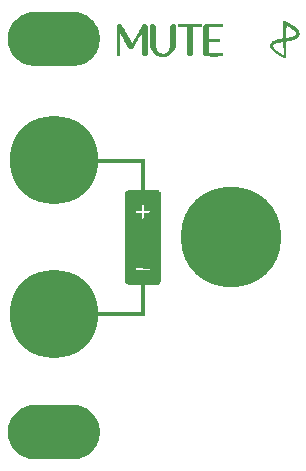
<source format=gbr>
G04 #@! TF.GenerationSoftware,KiCad,Pcbnew,(5.0.0)*
G04 #@! TF.CreationDate,2018-08-18T23:31:21+02:00*
G04 #@! TF.ProjectId,1u_mute_panel,31755F6D7574655F70616E656C2E6B69,rev?*
G04 #@! TF.SameCoordinates,Original*
G04 #@! TF.FileFunction,Soldermask,Top*
G04 #@! TF.FilePolarity,Negative*
%FSLAX46Y46*%
G04 Gerber Fmt 4.6, Leading zero omitted, Abs format (unit mm)*
G04 Created by KiCad (PCBNEW (5.0.0)) date 08/18/18 23:31:21*
%MOMM*%
%LPD*%
G01*
G04 APERTURE LIST*
%ADD10C,0.010000*%
%ADD11C,0.100000*%
%ADD12C,4.600000*%
%ADD13C,7.500000*%
%ADD14C,8.500000*%
G04 APERTURE END LIST*
D10*
G04 #@! TO.C,G\002A\002A\002A*
G36*
X21715005Y-1792376D02*
X21732069Y-1812805D01*
X21738606Y-1833964D01*
X21737348Y-1865379D01*
X21736960Y-1868908D01*
X21735161Y-1887401D01*
X21733176Y-1903074D01*
X21729368Y-1916159D01*
X21722100Y-1926890D01*
X21709734Y-1935499D01*
X21690635Y-1942217D01*
X21663164Y-1947279D01*
X21625684Y-1950915D01*
X21576558Y-1953360D01*
X21514149Y-1954845D01*
X21436820Y-1955602D01*
X21342933Y-1955865D01*
X21230852Y-1955865D01*
X21124911Y-1955833D01*
X20565167Y-1955833D01*
X20565167Y-3003583D01*
X21433962Y-3003583D01*
X21459940Y-3029560D01*
X21479640Y-3058233D01*
X21485889Y-3095418D01*
X21485917Y-3098833D01*
X21480533Y-3137050D01*
X21461972Y-3166028D01*
X21459940Y-3168106D01*
X21433962Y-3194083D01*
X20565167Y-3194083D01*
X20565167Y-4231250D01*
X21687962Y-4231250D01*
X21715225Y-4258513D01*
X21732157Y-4278849D01*
X21738619Y-4300051D01*
X21737314Y-4331613D01*
X21736960Y-4334824D01*
X21735466Y-4351734D01*
X21734089Y-4366306D01*
X21731350Y-4378712D01*
X21725770Y-4389126D01*
X21715871Y-4397721D01*
X21700175Y-4404670D01*
X21677204Y-4410148D01*
X21645479Y-4414326D01*
X21603521Y-4417379D01*
X21549854Y-4419479D01*
X21482997Y-4420799D01*
X21401474Y-4421513D01*
X21303804Y-4421795D01*
X21188512Y-4421817D01*
X21054117Y-4421753D01*
X20995265Y-4421741D01*
X20857585Y-4421728D01*
X20739455Y-4421660D01*
X20639260Y-4421486D01*
X20555383Y-4421156D01*
X20486208Y-4420621D01*
X20430120Y-4419830D01*
X20385502Y-4418735D01*
X20350739Y-4417284D01*
X20324214Y-4415429D01*
X20304310Y-4413118D01*
X20289413Y-4410303D01*
X20277906Y-4406934D01*
X20268173Y-4402959D01*
X20260031Y-4399041D01*
X20219462Y-4371041D01*
X20186375Y-4334321D01*
X20185948Y-4333679D01*
X20157709Y-4291009D01*
X20154927Y-3105876D01*
X20152146Y-1920743D01*
X20174730Y-1874090D01*
X20205009Y-1830011D01*
X20240232Y-1799031D01*
X20283149Y-1770625D01*
X20985335Y-1767758D01*
X21687521Y-1764892D01*
X21715005Y-1792376D01*
X21715005Y-1792376D01*
G37*
X21715005Y-1792376D02*
X21732069Y-1812805D01*
X21738606Y-1833964D01*
X21737348Y-1865379D01*
X21736960Y-1868908D01*
X21735161Y-1887401D01*
X21733176Y-1903074D01*
X21729368Y-1916159D01*
X21722100Y-1926890D01*
X21709734Y-1935499D01*
X21690635Y-1942217D01*
X21663164Y-1947279D01*
X21625684Y-1950915D01*
X21576558Y-1953360D01*
X21514149Y-1954845D01*
X21436820Y-1955602D01*
X21342933Y-1955865D01*
X21230852Y-1955865D01*
X21124911Y-1955833D01*
X20565167Y-1955833D01*
X20565167Y-3003583D01*
X21433962Y-3003583D01*
X21459940Y-3029560D01*
X21479640Y-3058233D01*
X21485889Y-3095418D01*
X21485917Y-3098833D01*
X21480533Y-3137050D01*
X21461972Y-3166028D01*
X21459940Y-3168106D01*
X21433962Y-3194083D01*
X20565167Y-3194083D01*
X20565167Y-4231250D01*
X21687962Y-4231250D01*
X21715225Y-4258513D01*
X21732157Y-4278849D01*
X21738619Y-4300051D01*
X21737314Y-4331613D01*
X21736960Y-4334824D01*
X21735466Y-4351734D01*
X21734089Y-4366306D01*
X21731350Y-4378712D01*
X21725770Y-4389126D01*
X21715871Y-4397721D01*
X21700175Y-4404670D01*
X21677204Y-4410148D01*
X21645479Y-4414326D01*
X21603521Y-4417379D01*
X21549854Y-4419479D01*
X21482997Y-4420799D01*
X21401474Y-4421513D01*
X21303804Y-4421795D01*
X21188512Y-4421817D01*
X21054117Y-4421753D01*
X20995265Y-4421741D01*
X20857585Y-4421728D01*
X20739455Y-4421660D01*
X20639260Y-4421486D01*
X20555383Y-4421156D01*
X20486208Y-4420621D01*
X20430120Y-4419830D01*
X20385502Y-4418735D01*
X20350739Y-4417284D01*
X20324214Y-4415429D01*
X20304310Y-4413118D01*
X20289413Y-4410303D01*
X20277906Y-4406934D01*
X20268173Y-4402959D01*
X20260031Y-4399041D01*
X20219462Y-4371041D01*
X20186375Y-4334321D01*
X20185948Y-4333679D01*
X20157709Y-4291009D01*
X20154927Y-3105876D01*
X20152146Y-1920743D01*
X20174730Y-1874090D01*
X20205009Y-1830011D01*
X20240232Y-1799031D01*
X20283149Y-1770625D01*
X20985335Y-1767758D01*
X21687521Y-1764892D01*
X21715005Y-1792376D01*
G36*
X19937274Y-1790668D02*
X19957704Y-1813576D01*
X19965869Y-1841038D01*
X19966727Y-1860583D01*
X19963203Y-1894538D01*
X19949700Y-1918511D01*
X19937274Y-1930498D01*
X19907820Y-1955833D01*
X19189334Y-1955833D01*
X19189101Y-3106771D01*
X19189052Y-3287955D01*
X19188969Y-3449186D01*
X19188831Y-3591678D01*
X19188618Y-3716645D01*
X19188311Y-3825301D01*
X19187888Y-3918859D01*
X19187331Y-3998533D01*
X19186618Y-4065536D01*
X19185730Y-4121084D01*
X19184646Y-4166389D01*
X19183346Y-4202665D01*
X19181810Y-4231127D01*
X19180018Y-4252987D01*
X19177949Y-4269460D01*
X19175584Y-4281759D01*
X19172902Y-4291099D01*
X19169884Y-4298693D01*
X19169269Y-4300042D01*
X19138517Y-4348805D01*
X19097939Y-4388324D01*
X19058999Y-4410493D01*
X19016755Y-4419551D01*
X18967580Y-4420236D01*
X18921595Y-4412946D01*
X18898292Y-4404164D01*
X18843971Y-4366509D01*
X18805825Y-4318069D01*
X18796586Y-4300042D01*
X18793511Y-4292627D01*
X18790775Y-4283667D01*
X18788358Y-4271949D01*
X18786241Y-4256258D01*
X18784404Y-4235381D01*
X18782825Y-4208105D01*
X18781486Y-4173215D01*
X18780366Y-4129499D01*
X18779444Y-4075742D01*
X18778702Y-4010731D01*
X18778118Y-3933252D01*
X18777673Y-3842092D01*
X18777346Y-3736037D01*
X18777118Y-3613873D01*
X18776968Y-3474387D01*
X18776876Y-3316365D01*
X18776823Y-3138593D01*
X18776816Y-3106771D01*
X18776584Y-1955833D01*
X18055955Y-1955833D01*
X18029977Y-1929856D01*
X18010277Y-1901183D01*
X18004028Y-1863998D01*
X18004000Y-1860583D01*
X18009384Y-1822366D01*
X18027945Y-1793388D01*
X18029977Y-1791310D01*
X18055955Y-1765333D01*
X19907820Y-1765333D01*
X19937274Y-1790668D01*
X19937274Y-1790668D01*
G37*
X19937274Y-1790668D02*
X19957704Y-1813576D01*
X19965869Y-1841038D01*
X19966727Y-1860583D01*
X19963203Y-1894538D01*
X19949700Y-1918511D01*
X19937274Y-1930498D01*
X19907820Y-1955833D01*
X19189334Y-1955833D01*
X19189101Y-3106771D01*
X19189052Y-3287955D01*
X19188969Y-3449186D01*
X19188831Y-3591678D01*
X19188618Y-3716645D01*
X19188311Y-3825301D01*
X19187888Y-3918859D01*
X19187331Y-3998533D01*
X19186618Y-4065536D01*
X19185730Y-4121084D01*
X19184646Y-4166389D01*
X19183346Y-4202665D01*
X19181810Y-4231127D01*
X19180018Y-4252987D01*
X19177949Y-4269460D01*
X19175584Y-4281759D01*
X19172902Y-4291099D01*
X19169884Y-4298693D01*
X19169269Y-4300042D01*
X19138517Y-4348805D01*
X19097939Y-4388324D01*
X19058999Y-4410493D01*
X19016755Y-4419551D01*
X18967580Y-4420236D01*
X18921595Y-4412946D01*
X18898292Y-4404164D01*
X18843971Y-4366509D01*
X18805825Y-4318069D01*
X18796586Y-4300042D01*
X18793511Y-4292627D01*
X18790775Y-4283667D01*
X18788358Y-4271949D01*
X18786241Y-4256258D01*
X18784404Y-4235381D01*
X18782825Y-4208105D01*
X18781486Y-4173215D01*
X18780366Y-4129499D01*
X18779444Y-4075742D01*
X18778702Y-4010731D01*
X18778118Y-3933252D01*
X18777673Y-3842092D01*
X18777346Y-3736037D01*
X18777118Y-3613873D01*
X18776968Y-3474387D01*
X18776876Y-3316365D01*
X18776823Y-3138593D01*
X18776816Y-3106771D01*
X18776584Y-1955833D01*
X18055955Y-1955833D01*
X18029977Y-1929856D01*
X18010277Y-1901183D01*
X18004028Y-1863998D01*
X18004000Y-1860583D01*
X18009384Y-1822366D01*
X18027945Y-1793388D01*
X18029977Y-1791310D01*
X18055955Y-1765333D01*
X19907820Y-1765333D01*
X19937274Y-1790668D01*
G36*
X15225685Y-1776206D02*
X15277002Y-1800940D01*
X15319879Y-1839110D01*
X15350411Y-1889794D01*
X15357701Y-1911183D01*
X15359442Y-1928014D01*
X15361038Y-1964316D01*
X15362489Y-2018396D01*
X15363794Y-2088558D01*
X15364954Y-2173109D01*
X15365969Y-2270352D01*
X15366839Y-2378595D01*
X15367564Y-2496142D01*
X15368143Y-2621299D01*
X15368578Y-2752372D01*
X15368867Y-2887665D01*
X15369011Y-3025485D01*
X15369009Y-3164136D01*
X15368863Y-3301924D01*
X15368571Y-3437155D01*
X15368134Y-3568135D01*
X15367552Y-3693168D01*
X15366825Y-3810560D01*
X15365952Y-3918616D01*
X15364934Y-4015643D01*
X15363771Y-4099945D01*
X15362463Y-4169827D01*
X15361010Y-4223597D01*
X15359412Y-4259558D01*
X15357701Y-4275900D01*
X15332739Y-4330406D01*
X15294015Y-4372575D01*
X15245387Y-4401801D01*
X15190714Y-4417475D01*
X15133854Y-4418987D01*
X15078666Y-4405731D01*
X15029009Y-4377096D01*
X14989698Y-4333933D01*
X14961292Y-4291014D01*
X14956000Y-3303341D01*
X14950709Y-2315668D01*
X14755412Y-2651688D01*
X14701361Y-2744753D01*
X14639782Y-2850890D01*
X14573727Y-2964834D01*
X14506245Y-3081322D01*
X14440385Y-3195091D01*
X14379198Y-3300876D01*
X14349170Y-3352833D01*
X14302136Y-3433902D01*
X14257628Y-3509964D01*
X14216921Y-3578890D01*
X14181289Y-3638548D01*
X14152008Y-3686807D01*
X14130352Y-3721538D01*
X14117597Y-3740609D01*
X14115841Y-3742801D01*
X14071096Y-3778414D01*
X14017378Y-3799558D01*
X13959553Y-3806331D01*
X13902488Y-3798831D01*
X13851049Y-3777157D01*
X13810103Y-3741409D01*
X13806366Y-3736509D01*
X13797705Y-3722717D01*
X13779405Y-3692083D01*
X13752350Y-3646129D01*
X13717424Y-3586377D01*
X13675512Y-3514349D01*
X13627499Y-3431570D01*
X13574268Y-3339559D01*
X13516705Y-3239841D01*
X13455695Y-3133938D01*
X13399541Y-3036287D01*
X13013959Y-2365199D01*
X13008667Y-3373245D01*
X13003375Y-4381290D01*
X12978390Y-4401520D01*
X12941793Y-4419002D01*
X12899857Y-4421196D01*
X12860825Y-4408453D01*
X12844144Y-4395773D01*
X12818167Y-4369795D01*
X12818167Y-1920183D01*
X12840616Y-1873810D01*
X12875856Y-1824273D01*
X12925236Y-1788650D01*
X12985093Y-1769402D01*
X12998535Y-1767681D01*
X13054271Y-1769646D01*
X13107943Y-1784353D01*
X13152027Y-1809383D01*
X13164760Y-1821162D01*
X13173270Y-1833779D01*
X13191491Y-1863358D01*
X13218602Y-1908497D01*
X13253781Y-1967798D01*
X13296209Y-2039859D01*
X13345064Y-2123282D01*
X13399526Y-2216666D01*
X13458774Y-2318611D01*
X13521987Y-2427717D01*
X13588345Y-2542584D01*
X13628356Y-2612000D01*
X13695943Y-2729266D01*
X13760657Y-2841380D01*
X13821700Y-2946965D01*
X13878273Y-3044648D01*
X13929576Y-3133056D01*
X13974811Y-3210813D01*
X14013179Y-3276545D01*
X14043881Y-3328879D01*
X14066117Y-3366439D01*
X14079089Y-3387853D01*
X14082102Y-3392388D01*
X14086827Y-3390495D01*
X14096630Y-3379043D01*
X14112022Y-3357186D01*
X14133513Y-3324077D01*
X14161613Y-3278870D01*
X14196833Y-3220718D01*
X14239681Y-3148775D01*
X14290670Y-3062196D01*
X14350308Y-2960132D01*
X14419107Y-2841739D01*
X14497577Y-2706169D01*
X14538204Y-2635825D01*
X14606511Y-2517704D01*
X14672357Y-2404261D01*
X14734899Y-2296925D01*
X14793295Y-2197122D01*
X14846701Y-2106279D01*
X14894275Y-2025824D01*
X14935175Y-1957184D01*
X14968557Y-1901785D01*
X14993578Y-1861055D01*
X15009397Y-1836421D01*
X15014043Y-1830048D01*
X15060105Y-1791828D01*
X15113334Y-1770728D01*
X15169828Y-1765828D01*
X15225685Y-1776206D01*
X15225685Y-1776206D01*
G37*
X15225685Y-1776206D02*
X15277002Y-1800940D01*
X15319879Y-1839110D01*
X15350411Y-1889794D01*
X15357701Y-1911183D01*
X15359442Y-1928014D01*
X15361038Y-1964316D01*
X15362489Y-2018396D01*
X15363794Y-2088558D01*
X15364954Y-2173109D01*
X15365969Y-2270352D01*
X15366839Y-2378595D01*
X15367564Y-2496142D01*
X15368143Y-2621299D01*
X15368578Y-2752372D01*
X15368867Y-2887665D01*
X15369011Y-3025485D01*
X15369009Y-3164136D01*
X15368863Y-3301924D01*
X15368571Y-3437155D01*
X15368134Y-3568135D01*
X15367552Y-3693168D01*
X15366825Y-3810560D01*
X15365952Y-3918616D01*
X15364934Y-4015643D01*
X15363771Y-4099945D01*
X15362463Y-4169827D01*
X15361010Y-4223597D01*
X15359412Y-4259558D01*
X15357701Y-4275900D01*
X15332739Y-4330406D01*
X15294015Y-4372575D01*
X15245387Y-4401801D01*
X15190714Y-4417475D01*
X15133854Y-4418987D01*
X15078666Y-4405731D01*
X15029009Y-4377096D01*
X14989698Y-4333933D01*
X14961292Y-4291014D01*
X14956000Y-3303341D01*
X14950709Y-2315668D01*
X14755412Y-2651688D01*
X14701361Y-2744753D01*
X14639782Y-2850890D01*
X14573727Y-2964834D01*
X14506245Y-3081322D01*
X14440385Y-3195091D01*
X14379198Y-3300876D01*
X14349170Y-3352833D01*
X14302136Y-3433902D01*
X14257628Y-3509964D01*
X14216921Y-3578890D01*
X14181289Y-3638548D01*
X14152008Y-3686807D01*
X14130352Y-3721538D01*
X14117597Y-3740609D01*
X14115841Y-3742801D01*
X14071096Y-3778414D01*
X14017378Y-3799558D01*
X13959553Y-3806331D01*
X13902488Y-3798831D01*
X13851049Y-3777157D01*
X13810103Y-3741409D01*
X13806366Y-3736509D01*
X13797705Y-3722717D01*
X13779405Y-3692083D01*
X13752350Y-3646129D01*
X13717424Y-3586377D01*
X13675512Y-3514349D01*
X13627499Y-3431570D01*
X13574268Y-3339559D01*
X13516705Y-3239841D01*
X13455695Y-3133938D01*
X13399541Y-3036287D01*
X13013959Y-2365199D01*
X13008667Y-3373245D01*
X13003375Y-4381290D01*
X12978390Y-4401520D01*
X12941793Y-4419002D01*
X12899857Y-4421196D01*
X12860825Y-4408453D01*
X12844144Y-4395773D01*
X12818167Y-4369795D01*
X12818167Y-1920183D01*
X12840616Y-1873810D01*
X12875856Y-1824273D01*
X12925236Y-1788650D01*
X12985093Y-1769402D01*
X12998535Y-1767681D01*
X13054271Y-1769646D01*
X13107943Y-1784353D01*
X13152027Y-1809383D01*
X13164760Y-1821162D01*
X13173270Y-1833779D01*
X13191491Y-1863358D01*
X13218602Y-1908497D01*
X13253781Y-1967798D01*
X13296209Y-2039859D01*
X13345064Y-2123282D01*
X13399526Y-2216666D01*
X13458774Y-2318611D01*
X13521987Y-2427717D01*
X13588345Y-2542584D01*
X13628356Y-2612000D01*
X13695943Y-2729266D01*
X13760657Y-2841380D01*
X13821700Y-2946965D01*
X13878273Y-3044648D01*
X13929576Y-3133056D01*
X13974811Y-3210813D01*
X14013179Y-3276545D01*
X14043881Y-3328879D01*
X14066117Y-3366439D01*
X14079089Y-3387853D01*
X14082102Y-3392388D01*
X14086827Y-3390495D01*
X14096630Y-3379043D01*
X14112022Y-3357186D01*
X14133513Y-3324077D01*
X14161613Y-3278870D01*
X14196833Y-3220718D01*
X14239681Y-3148775D01*
X14290670Y-3062196D01*
X14350308Y-2960132D01*
X14419107Y-2841739D01*
X14497577Y-2706169D01*
X14538204Y-2635825D01*
X14606511Y-2517704D01*
X14672357Y-2404261D01*
X14734899Y-2296925D01*
X14793295Y-2197122D01*
X14846701Y-2106279D01*
X14894275Y-2025824D01*
X14935175Y-1957184D01*
X14968557Y-1901785D01*
X14993578Y-1861055D01*
X15009397Y-1836421D01*
X15014043Y-1830048D01*
X15060105Y-1791828D01*
X15113334Y-1770728D01*
X15169828Y-1765828D01*
X15225685Y-1776206D01*
G36*
X17598224Y-1770998D02*
X17644771Y-1790022D01*
X17684144Y-1821256D01*
X17696370Y-1833239D01*
X17706981Y-1844978D01*
X17716091Y-1857983D01*
X17723814Y-1873764D01*
X17730264Y-1893830D01*
X17735557Y-1919693D01*
X17739805Y-1952862D01*
X17743124Y-1994847D01*
X17745627Y-2047158D01*
X17747429Y-2111307D01*
X17748643Y-2188801D01*
X17749385Y-2281153D01*
X17749769Y-2389871D01*
X17749908Y-2516467D01*
X17749917Y-2662449D01*
X17749913Y-2690650D01*
X17749748Y-2818416D01*
X17749298Y-2941313D01*
X17748588Y-3057409D01*
X17747644Y-3164768D01*
X17746489Y-3261458D01*
X17745148Y-3345545D01*
X17743646Y-3415094D01*
X17742008Y-3468173D01*
X17740257Y-3502846D01*
X17739479Y-3511583D01*
X17713320Y-3659626D01*
X17669841Y-3796098D01*
X17608272Y-3922625D01*
X17527841Y-4040833D01*
X17443084Y-4136991D01*
X17341989Y-4230498D01*
X17238395Y-4305931D01*
X17127404Y-4366247D01*
X17004118Y-4414401D01*
X16961542Y-4427644D01*
X16879239Y-4445981D01*
X16784146Y-4457565D01*
X16683613Y-4462151D01*
X16584990Y-4459493D01*
X16495627Y-4449346D01*
X16468412Y-4444092D01*
X16323280Y-4401926D01*
X16188123Y-4341577D01*
X16064050Y-4264084D01*
X15952174Y-4170485D01*
X15853604Y-4061821D01*
X15769453Y-3939129D01*
X15700832Y-3803449D01*
X15657849Y-3686208D01*
X15628331Y-3590958D01*
X15625117Y-2756445D01*
X15621903Y-1921933D01*
X15644775Y-1874685D01*
X15679148Y-1825120D01*
X15724428Y-1790721D01*
X15776927Y-1771319D01*
X15832962Y-1766744D01*
X15888847Y-1776830D01*
X15940896Y-1801408D01*
X15985424Y-1840308D01*
X16018020Y-1891737D01*
X16020515Y-1904463D01*
X16022808Y-1931591D01*
X16024913Y-1973868D01*
X16026845Y-2032042D01*
X16028620Y-2106860D01*
X16030254Y-2199071D01*
X16031760Y-2309422D01*
X16033154Y-2438661D01*
X16034452Y-2587534D01*
X16035668Y-2756791D01*
X16035725Y-2765458D01*
X16041242Y-3612125D01*
X16070473Y-3706103D01*
X16118570Y-3834860D01*
X16177762Y-3948846D01*
X16247148Y-4047124D01*
X16325823Y-4128757D01*
X16412887Y-4192809D01*
X16507436Y-4238341D01*
X16608095Y-4264344D01*
X16707391Y-4269417D01*
X16804650Y-4254471D01*
X16898344Y-4220645D01*
X16986943Y-4169083D01*
X17068922Y-4100923D01*
X17142751Y-4017308D01*
X17206904Y-3919377D01*
X17259851Y-3808273D01*
X17275684Y-3765821D01*
X17285317Y-3738054D01*
X17293739Y-3712826D01*
X17301043Y-3688565D01*
X17307320Y-3663698D01*
X17312664Y-3636654D01*
X17317167Y-3605859D01*
X17320919Y-3569743D01*
X17324015Y-3526732D01*
X17326546Y-3475255D01*
X17328604Y-3413740D01*
X17330282Y-3340613D01*
X17331672Y-3254304D01*
X17332866Y-3153239D01*
X17333956Y-3035847D01*
X17335035Y-2900556D01*
X17336195Y-2745793D01*
X17336291Y-2732920D01*
X17342542Y-1896049D01*
X17370948Y-1853140D01*
X17411535Y-1809972D01*
X17464923Y-1779915D01*
X17525324Y-1765957D01*
X17540986Y-1765333D01*
X17598224Y-1770998D01*
X17598224Y-1770998D01*
G37*
X17598224Y-1770998D02*
X17644771Y-1790022D01*
X17684144Y-1821256D01*
X17696370Y-1833239D01*
X17706981Y-1844978D01*
X17716091Y-1857983D01*
X17723814Y-1873764D01*
X17730264Y-1893830D01*
X17735557Y-1919693D01*
X17739805Y-1952862D01*
X17743124Y-1994847D01*
X17745627Y-2047158D01*
X17747429Y-2111307D01*
X17748643Y-2188801D01*
X17749385Y-2281153D01*
X17749769Y-2389871D01*
X17749908Y-2516467D01*
X17749917Y-2662449D01*
X17749913Y-2690650D01*
X17749748Y-2818416D01*
X17749298Y-2941313D01*
X17748588Y-3057409D01*
X17747644Y-3164768D01*
X17746489Y-3261458D01*
X17745148Y-3345545D01*
X17743646Y-3415094D01*
X17742008Y-3468173D01*
X17740257Y-3502846D01*
X17739479Y-3511583D01*
X17713320Y-3659626D01*
X17669841Y-3796098D01*
X17608272Y-3922625D01*
X17527841Y-4040833D01*
X17443084Y-4136991D01*
X17341989Y-4230498D01*
X17238395Y-4305931D01*
X17127404Y-4366247D01*
X17004118Y-4414401D01*
X16961542Y-4427644D01*
X16879239Y-4445981D01*
X16784146Y-4457565D01*
X16683613Y-4462151D01*
X16584990Y-4459493D01*
X16495627Y-4449346D01*
X16468412Y-4444092D01*
X16323280Y-4401926D01*
X16188123Y-4341577D01*
X16064050Y-4264084D01*
X15952174Y-4170485D01*
X15853604Y-4061821D01*
X15769453Y-3939129D01*
X15700832Y-3803449D01*
X15657849Y-3686208D01*
X15628331Y-3590958D01*
X15625117Y-2756445D01*
X15621903Y-1921933D01*
X15644775Y-1874685D01*
X15679148Y-1825120D01*
X15724428Y-1790721D01*
X15776927Y-1771319D01*
X15832962Y-1766744D01*
X15888847Y-1776830D01*
X15940896Y-1801408D01*
X15985424Y-1840308D01*
X16018020Y-1891737D01*
X16020515Y-1904463D01*
X16022808Y-1931591D01*
X16024913Y-1973868D01*
X16026845Y-2032042D01*
X16028620Y-2106860D01*
X16030254Y-2199071D01*
X16031760Y-2309422D01*
X16033154Y-2438661D01*
X16034452Y-2587534D01*
X16035668Y-2756791D01*
X16035725Y-2765458D01*
X16041242Y-3612125D01*
X16070473Y-3706103D01*
X16118570Y-3834860D01*
X16177762Y-3948846D01*
X16247148Y-4047124D01*
X16325823Y-4128757D01*
X16412887Y-4192809D01*
X16507436Y-4238341D01*
X16608095Y-4264344D01*
X16707391Y-4269417D01*
X16804650Y-4254471D01*
X16898344Y-4220645D01*
X16986943Y-4169083D01*
X17068922Y-4100923D01*
X17142751Y-4017308D01*
X17206904Y-3919377D01*
X17259851Y-3808273D01*
X17275684Y-3765821D01*
X17285317Y-3738054D01*
X17293739Y-3712826D01*
X17301043Y-3688565D01*
X17307320Y-3663698D01*
X17312664Y-3636654D01*
X17317167Y-3605859D01*
X17320919Y-3569743D01*
X17324015Y-3526732D01*
X17326546Y-3475255D01*
X17328604Y-3413740D01*
X17330282Y-3340613D01*
X17331672Y-3254304D01*
X17332866Y-3153239D01*
X17333956Y-3035847D01*
X17335035Y-2900556D01*
X17336195Y-2745793D01*
X17336291Y-2732920D01*
X17342542Y-1896049D01*
X17370948Y-1853140D01*
X17411535Y-1809972D01*
X17464923Y-1779915D01*
X17525324Y-1765957D01*
X17540986Y-1765333D01*
X17598224Y-1770998D01*
G36*
X26961043Y-1473826D02*
X26990295Y-1487243D01*
X27032011Y-1507663D01*
X27083145Y-1533494D01*
X27140651Y-1563146D01*
X27201481Y-1595029D01*
X27262590Y-1627553D01*
X27320931Y-1659128D01*
X27373458Y-1688164D01*
X27417124Y-1713071D01*
X27433750Y-1722916D01*
X27564220Y-1803864D01*
X27678224Y-1879908D01*
X27779132Y-1953531D01*
X27870315Y-2027216D01*
X27955142Y-2103445D01*
X27971633Y-2119206D01*
X28058413Y-2210250D01*
X28125444Y-2297252D01*
X28173437Y-2381588D01*
X28203102Y-2464637D01*
X28215153Y-2547774D01*
X28214791Y-2589865D01*
X28209603Y-2642317D01*
X28199504Y-2683337D01*
X28182034Y-2722515D01*
X28179615Y-2727017D01*
X28141165Y-2782509D01*
X28087201Y-2839169D01*
X28022602Y-2892493D01*
X27952249Y-2937977D01*
X27949345Y-2939591D01*
X27874716Y-2975317D01*
X27782439Y-3010482D01*
X27676029Y-3044136D01*
X27559001Y-3075330D01*
X27434871Y-3103115D01*
X27307154Y-3126541D01*
X27199012Y-3142239D01*
X27096565Y-3155215D01*
X27090906Y-3230211D01*
X27089156Y-3261286D01*
X27087171Y-3309757D01*
X27085071Y-3371859D01*
X27082974Y-3443826D01*
X27081001Y-3521891D01*
X27079494Y-3590958D01*
X27076541Y-3726262D01*
X27073252Y-3856801D01*
X27069695Y-3980932D01*
X27065938Y-4097012D01*
X27062048Y-4203399D01*
X27058096Y-4298450D01*
X27054147Y-4380522D01*
X27050272Y-4447973D01*
X27046538Y-4499159D01*
X27043013Y-4532438D01*
X27039820Y-4546104D01*
X27021099Y-4556760D01*
X27006475Y-4558770D01*
X26990850Y-4554064D01*
X26959297Y-4541170D01*
X26914788Y-4521427D01*
X26860298Y-4496174D01*
X26798799Y-4466748D01*
X26761709Y-4448602D01*
X26619858Y-4376815D01*
X26495476Y-4309676D01*
X26385864Y-4245397D01*
X26288326Y-4182192D01*
X26200164Y-4118273D01*
X26118681Y-4051856D01*
X26041181Y-3981152D01*
X26010212Y-3950792D01*
X25946343Y-3884382D01*
X25897226Y-3826732D01*
X25860450Y-3774208D01*
X25833607Y-3723178D01*
X25814286Y-3670011D01*
X25807669Y-3645500D01*
X25796727Y-3560687D01*
X25797757Y-3552208D01*
X25975259Y-3552208D01*
X25977963Y-3614077D01*
X26001344Y-3680451D01*
X26016378Y-3708030D01*
X26061949Y-3773123D01*
X26124241Y-3844978D01*
X26200820Y-3921352D01*
X26289250Y-4000000D01*
X26387097Y-4078680D01*
X26491925Y-4155149D01*
X26529467Y-4180744D01*
X26569537Y-4206897D01*
X26618332Y-4237698D01*
X26672763Y-4271309D01*
X26729736Y-4305893D01*
X26786160Y-4339610D01*
X26838943Y-4370622D01*
X26884995Y-4397092D01*
X26921222Y-4417181D01*
X26944534Y-4429052D01*
X26951193Y-4431482D01*
X26954533Y-4421832D01*
X26956199Y-4394274D01*
X26956120Y-4352008D01*
X26954223Y-4298233D01*
X26954183Y-4297396D01*
X26952526Y-4258357D01*
X26950438Y-4201058D01*
X26948007Y-4128399D01*
X26945324Y-4043280D01*
X26942478Y-3948602D01*
X26939560Y-3847264D01*
X26936660Y-3742166D01*
X26934707Y-3668672D01*
X26921809Y-3174887D01*
X26884092Y-3180001D01*
X26708187Y-3206725D01*
X26549824Y-3236756D01*
X26409674Y-3269910D01*
X26288407Y-3306007D01*
X26186695Y-3344864D01*
X26105206Y-3386300D01*
X26090812Y-3395256D01*
X26031722Y-3442635D01*
X25993191Y-3495006D01*
X25975259Y-3552208D01*
X25797757Y-3552208D01*
X25806587Y-3479584D01*
X25837170Y-3402425D01*
X25888397Y-3329446D01*
X25926041Y-3290520D01*
X25999968Y-3232614D01*
X26093438Y-3179031D01*
X26206770Y-3129633D01*
X26340281Y-3084282D01*
X26494287Y-3042841D01*
X26502417Y-3040896D01*
X26545150Y-3031474D01*
X26598842Y-3020739D01*
X26659019Y-3009462D01*
X26721208Y-2998415D01*
X26780935Y-2988371D01*
X26833728Y-2980101D01*
X26875113Y-2974378D01*
X26900617Y-2971973D01*
X26901971Y-2971945D01*
X26904601Y-2968091D01*
X26906789Y-2955739D01*
X26907149Y-2951198D01*
X27097364Y-2951198D01*
X27130620Y-2945819D01*
X27153830Y-2942059D01*
X27192572Y-2935773D01*
X27241486Y-2927834D01*
X27295211Y-2919111D01*
X27296173Y-2918954D01*
X27430734Y-2893791D01*
X27555682Y-2863848D01*
X27669247Y-2829822D01*
X27769658Y-2792414D01*
X27855147Y-2752323D01*
X27923943Y-2710248D01*
X27974276Y-2666888D01*
X27992777Y-2643750D01*
X28007659Y-2617179D01*
X28014042Y-2590031D01*
X28013912Y-2552918D01*
X28013461Y-2546022D01*
X28009274Y-2511409D01*
X28000262Y-2481621D01*
X27983466Y-2449368D01*
X27959019Y-2411871D01*
X27894795Y-2330752D01*
X27810137Y-2245384D01*
X27705302Y-2155987D01*
X27580544Y-2062784D01*
X27476821Y-1992327D01*
X27426084Y-1959839D01*
X27371066Y-1925886D01*
X27314669Y-1892116D01*
X27259798Y-1860175D01*
X27209355Y-1831713D01*
X27166245Y-1808375D01*
X27133371Y-1791810D01*
X27113635Y-1783665D01*
X27109210Y-1783731D01*
X27108778Y-1795538D01*
X27108200Y-1826561D01*
X27107499Y-1874850D01*
X27106697Y-1938455D01*
X27105818Y-2015425D01*
X27104883Y-2103812D01*
X27103917Y-2201664D01*
X27102940Y-2307032D01*
X27102372Y-2371495D01*
X27097364Y-2951198D01*
X26907149Y-2951198D01*
X26908545Y-2933637D01*
X26909882Y-2900532D01*
X26910808Y-2855170D01*
X26911335Y-2796297D01*
X26911473Y-2722661D01*
X26911234Y-2633007D01*
X26910627Y-2526083D01*
X26909663Y-2400635D01*
X26908353Y-2255409D01*
X26908194Y-2238762D01*
X26906849Y-2096054D01*
X26905769Y-1973014D01*
X26904975Y-1868143D01*
X26904491Y-1779944D01*
X26904339Y-1706920D01*
X26904541Y-1647572D01*
X26905121Y-1600402D01*
X26906100Y-1563913D01*
X26907501Y-1536607D01*
X26909348Y-1516986D01*
X26911661Y-1503553D01*
X26914464Y-1494809D01*
X26917779Y-1489257D01*
X26919500Y-1487345D01*
X26937184Y-1473146D01*
X26947301Y-1469000D01*
X26961043Y-1473826D01*
X26961043Y-1473826D01*
G37*
X26961043Y-1473826D02*
X26990295Y-1487243D01*
X27032011Y-1507663D01*
X27083145Y-1533494D01*
X27140651Y-1563146D01*
X27201481Y-1595029D01*
X27262590Y-1627553D01*
X27320931Y-1659128D01*
X27373458Y-1688164D01*
X27417124Y-1713071D01*
X27433750Y-1722916D01*
X27564220Y-1803864D01*
X27678224Y-1879908D01*
X27779132Y-1953531D01*
X27870315Y-2027216D01*
X27955142Y-2103445D01*
X27971633Y-2119206D01*
X28058413Y-2210250D01*
X28125444Y-2297252D01*
X28173437Y-2381588D01*
X28203102Y-2464637D01*
X28215153Y-2547774D01*
X28214791Y-2589865D01*
X28209603Y-2642317D01*
X28199504Y-2683337D01*
X28182034Y-2722515D01*
X28179615Y-2727017D01*
X28141165Y-2782509D01*
X28087201Y-2839169D01*
X28022602Y-2892493D01*
X27952249Y-2937977D01*
X27949345Y-2939591D01*
X27874716Y-2975317D01*
X27782439Y-3010482D01*
X27676029Y-3044136D01*
X27559001Y-3075330D01*
X27434871Y-3103115D01*
X27307154Y-3126541D01*
X27199012Y-3142239D01*
X27096565Y-3155215D01*
X27090906Y-3230211D01*
X27089156Y-3261286D01*
X27087171Y-3309757D01*
X27085071Y-3371859D01*
X27082974Y-3443826D01*
X27081001Y-3521891D01*
X27079494Y-3590958D01*
X27076541Y-3726262D01*
X27073252Y-3856801D01*
X27069695Y-3980932D01*
X27065938Y-4097012D01*
X27062048Y-4203399D01*
X27058096Y-4298450D01*
X27054147Y-4380522D01*
X27050272Y-4447973D01*
X27046538Y-4499159D01*
X27043013Y-4532438D01*
X27039820Y-4546104D01*
X27021099Y-4556760D01*
X27006475Y-4558770D01*
X26990850Y-4554064D01*
X26959297Y-4541170D01*
X26914788Y-4521427D01*
X26860298Y-4496174D01*
X26798799Y-4466748D01*
X26761709Y-4448602D01*
X26619858Y-4376815D01*
X26495476Y-4309676D01*
X26385864Y-4245397D01*
X26288326Y-4182192D01*
X26200164Y-4118273D01*
X26118681Y-4051856D01*
X26041181Y-3981152D01*
X26010212Y-3950792D01*
X25946343Y-3884382D01*
X25897226Y-3826732D01*
X25860450Y-3774208D01*
X25833607Y-3723178D01*
X25814286Y-3670011D01*
X25807669Y-3645500D01*
X25796727Y-3560687D01*
X25797757Y-3552208D01*
X25975259Y-3552208D01*
X25977963Y-3614077D01*
X26001344Y-3680451D01*
X26016378Y-3708030D01*
X26061949Y-3773123D01*
X26124241Y-3844978D01*
X26200820Y-3921352D01*
X26289250Y-4000000D01*
X26387097Y-4078680D01*
X26491925Y-4155149D01*
X26529467Y-4180744D01*
X26569537Y-4206897D01*
X26618332Y-4237698D01*
X26672763Y-4271309D01*
X26729736Y-4305893D01*
X26786160Y-4339610D01*
X26838943Y-4370622D01*
X26884995Y-4397092D01*
X26921222Y-4417181D01*
X26944534Y-4429052D01*
X26951193Y-4431482D01*
X26954533Y-4421832D01*
X26956199Y-4394274D01*
X26956120Y-4352008D01*
X26954223Y-4298233D01*
X26954183Y-4297396D01*
X26952526Y-4258357D01*
X26950438Y-4201058D01*
X26948007Y-4128399D01*
X26945324Y-4043280D01*
X26942478Y-3948602D01*
X26939560Y-3847264D01*
X26936660Y-3742166D01*
X26934707Y-3668672D01*
X26921809Y-3174887D01*
X26884092Y-3180001D01*
X26708187Y-3206725D01*
X26549824Y-3236756D01*
X26409674Y-3269910D01*
X26288407Y-3306007D01*
X26186695Y-3344864D01*
X26105206Y-3386300D01*
X26090812Y-3395256D01*
X26031722Y-3442635D01*
X25993191Y-3495006D01*
X25975259Y-3552208D01*
X25797757Y-3552208D01*
X25806587Y-3479584D01*
X25837170Y-3402425D01*
X25888397Y-3329446D01*
X25926041Y-3290520D01*
X25999968Y-3232614D01*
X26093438Y-3179031D01*
X26206770Y-3129633D01*
X26340281Y-3084282D01*
X26494287Y-3042841D01*
X26502417Y-3040896D01*
X26545150Y-3031474D01*
X26598842Y-3020739D01*
X26659019Y-3009462D01*
X26721208Y-2998415D01*
X26780935Y-2988371D01*
X26833728Y-2980101D01*
X26875113Y-2974378D01*
X26900617Y-2971973D01*
X26901971Y-2971945D01*
X26904601Y-2968091D01*
X26906789Y-2955739D01*
X26907149Y-2951198D01*
X27097364Y-2951198D01*
X27130620Y-2945819D01*
X27153830Y-2942059D01*
X27192572Y-2935773D01*
X27241486Y-2927834D01*
X27295211Y-2919111D01*
X27296173Y-2918954D01*
X27430734Y-2893791D01*
X27555682Y-2863848D01*
X27669247Y-2829822D01*
X27769658Y-2792414D01*
X27855147Y-2752323D01*
X27923943Y-2710248D01*
X27974276Y-2666888D01*
X27992777Y-2643750D01*
X28007659Y-2617179D01*
X28014042Y-2590031D01*
X28013912Y-2552918D01*
X28013461Y-2546022D01*
X28009274Y-2511409D01*
X28000262Y-2481621D01*
X27983466Y-2449368D01*
X27959019Y-2411871D01*
X27894795Y-2330752D01*
X27810137Y-2245384D01*
X27705302Y-2155987D01*
X27580544Y-2062784D01*
X27476821Y-1992327D01*
X27426084Y-1959839D01*
X27371066Y-1925886D01*
X27314669Y-1892116D01*
X27259798Y-1860175D01*
X27209355Y-1831713D01*
X27166245Y-1808375D01*
X27133371Y-1791810D01*
X27113635Y-1783665D01*
X27109210Y-1783731D01*
X27108778Y-1795538D01*
X27108200Y-1826561D01*
X27107499Y-1874850D01*
X27106697Y-1938455D01*
X27105818Y-2015425D01*
X27104883Y-2103812D01*
X27103917Y-2201664D01*
X27102940Y-2307032D01*
X27102372Y-2371495D01*
X27097364Y-2951198D01*
X26907149Y-2951198D01*
X26908545Y-2933637D01*
X26909882Y-2900532D01*
X26910808Y-2855170D01*
X26911335Y-2796297D01*
X26911473Y-2722661D01*
X26911234Y-2633007D01*
X26910627Y-2526083D01*
X26909663Y-2400635D01*
X26908353Y-2255409D01*
X26908194Y-2238762D01*
X26906849Y-2096054D01*
X26905769Y-1973014D01*
X26904975Y-1868143D01*
X26904491Y-1779944D01*
X26904339Y-1706920D01*
X26904541Y-1647572D01*
X26905121Y-1600402D01*
X26906100Y-1563913D01*
X26907501Y-1536607D01*
X26909348Y-1516986D01*
X26911661Y-1503553D01*
X26914464Y-1494809D01*
X26917779Y-1489257D01*
X26919500Y-1487345D01*
X26937184Y-1473146D01*
X26947301Y-1469000D01*
X26961043Y-1473826D01*
G36*
X13562284Y-13154620D02*
X13739998Y-13154704D01*
X13902981Y-13154836D01*
X14051876Y-13155018D01*
X14187328Y-13155254D01*
X14309978Y-13155544D01*
X14420472Y-13155893D01*
X14519453Y-13156302D01*
X14607563Y-13156773D01*
X14685447Y-13157310D01*
X14753748Y-13157915D01*
X14813110Y-13158591D01*
X14864177Y-13159339D01*
X14907591Y-13160163D01*
X14943997Y-13161064D01*
X14974037Y-13162046D01*
X14998356Y-13163111D01*
X15017597Y-13164261D01*
X15032404Y-13165499D01*
X15043419Y-13166827D01*
X15051288Y-13168249D01*
X15056652Y-13169765D01*
X15058746Y-13170630D01*
X15089477Y-13191433D01*
X15114314Y-13218374D01*
X15115960Y-13220944D01*
X15118941Y-13226433D01*
X15121609Y-13233351D01*
X15123981Y-13242839D01*
X15126073Y-13256040D01*
X15127905Y-13274096D01*
X15129493Y-13298149D01*
X15130854Y-13329342D01*
X15132007Y-13368817D01*
X15132968Y-13417717D01*
X15133755Y-13477182D01*
X15134385Y-13548357D01*
X15134876Y-13632382D01*
X15135245Y-13730401D01*
X15135510Y-13843555D01*
X15135688Y-13972986D01*
X15135797Y-14119838D01*
X15135853Y-14285252D01*
X15135875Y-14470371D01*
X15135877Y-14525904D01*
X15135917Y-15798267D01*
X16200021Y-15804125D01*
X16270390Y-15838776D01*
X16340818Y-15883414D01*
X16402739Y-15941951D01*
X16451251Y-16009224D01*
X16471315Y-16050223D01*
X16495875Y-16111042D01*
X16498987Y-19757000D01*
X16499271Y-20112159D01*
X16499496Y-20446594D01*
X16499662Y-20760748D01*
X16499768Y-21055065D01*
X16499812Y-21329988D01*
X16499795Y-21585959D01*
X16499713Y-21823421D01*
X16499568Y-22042818D01*
X16499356Y-22244593D01*
X16499079Y-22429188D01*
X16498733Y-22597046D01*
X16498319Y-22748611D01*
X16497834Y-22884326D01*
X16497279Y-23004633D01*
X16496652Y-23109976D01*
X16495952Y-23200797D01*
X16495178Y-23277540D01*
X16494329Y-23340647D01*
X16493403Y-23390562D01*
X16492400Y-23427728D01*
X16491319Y-23452588D01*
X16490159Y-23465584D01*
X16490066Y-23466105D01*
X16463054Y-23556235D01*
X16419042Y-23634813D01*
X16359031Y-23700324D01*
X16313020Y-23734484D01*
X16290004Y-23748776D01*
X16268407Y-23760817D01*
X16246247Y-23770799D01*
X16221545Y-23778916D01*
X16192320Y-23785359D01*
X16156593Y-23790323D01*
X16112382Y-23794000D01*
X16057708Y-23796582D01*
X15990590Y-23798264D01*
X15909048Y-23799236D01*
X15811102Y-23799693D01*
X15694771Y-23799827D01*
X15641996Y-23799833D01*
X15135917Y-23799833D01*
X15135917Y-26336703D01*
X15111787Y-26372510D01*
X15089443Y-26399327D01*
X15065450Y-26419317D01*
X15061516Y-26421544D01*
X15055323Y-26422757D01*
X15041316Y-26423898D01*
X15018942Y-26424970D01*
X14987651Y-26425975D01*
X14946893Y-26426914D01*
X14896116Y-26427790D01*
X14834770Y-26428604D01*
X14762303Y-26429358D01*
X14678165Y-26430055D01*
X14581806Y-26430695D01*
X14472673Y-26431281D01*
X14350218Y-26431816D01*
X14213888Y-26432300D01*
X14063132Y-26432735D01*
X13897401Y-26433125D01*
X13716143Y-26433469D01*
X13518807Y-26433772D01*
X13304843Y-26434033D01*
X13073700Y-26434256D01*
X12824827Y-26434442D01*
X12557672Y-26434592D01*
X12271686Y-26434710D01*
X11966318Y-26434797D01*
X11641016Y-26434854D01*
X11295229Y-26434884D01*
X11209500Y-26434888D01*
X10871301Y-26434896D01*
X10553621Y-26434897D01*
X10255812Y-26434889D01*
X9977226Y-26434867D01*
X9717216Y-26434828D01*
X9475133Y-26434769D01*
X9250329Y-26434686D01*
X9042158Y-26434577D01*
X8849970Y-26434437D01*
X8673118Y-26434264D01*
X8510955Y-26434054D01*
X8362832Y-26433804D01*
X8228101Y-26433510D01*
X8106116Y-26433169D01*
X7996227Y-26432778D01*
X7897787Y-26432334D01*
X7810148Y-26431833D01*
X7732663Y-26431271D01*
X7664684Y-26430646D01*
X7605562Y-26429955D01*
X7554650Y-26429192D01*
X7511299Y-26428357D01*
X7474863Y-26427444D01*
X7444694Y-26426451D01*
X7420143Y-26425375D01*
X7400562Y-26424212D01*
X7385305Y-26422958D01*
X7373722Y-26421611D01*
X7365166Y-26420167D01*
X7358990Y-26418622D01*
X7354545Y-26416974D01*
X7351184Y-26415219D01*
X7350830Y-26415006D01*
X7319595Y-26385051D01*
X7297398Y-26342806D01*
X7287684Y-26296397D01*
X7289287Y-26269903D01*
X7307424Y-26226170D01*
X7341270Y-26189011D01*
X7385391Y-26164034D01*
X7394819Y-26161035D01*
X7406023Y-26159895D01*
X7431416Y-26158821D01*
X7471344Y-26157810D01*
X7526153Y-26156863D01*
X7596187Y-26155979D01*
X7681792Y-26155155D01*
X7783313Y-26154391D01*
X7901097Y-26153686D01*
X8035488Y-26153039D01*
X8186832Y-26152449D01*
X8355474Y-26151914D01*
X8541760Y-26151434D01*
X8746035Y-26151007D01*
X8968645Y-26150633D01*
X9209935Y-26150311D01*
X9470250Y-26150038D01*
X9749936Y-26149815D01*
X10049338Y-26149641D01*
X10368802Y-26149513D01*
X10708674Y-26149431D01*
X11069298Y-26149394D01*
X11143354Y-26149392D01*
X14850167Y-26149333D01*
X14850167Y-23800758D01*
X13797125Y-23794542D01*
X13736243Y-23766010D01*
X13666485Y-23723841D01*
X13603503Y-23667807D01*
X13552865Y-23603392D01*
X13531210Y-23564062D01*
X13500792Y-23498208D01*
X13500048Y-22487500D01*
X14352750Y-22487500D01*
X14356009Y-22519920D01*
X14368827Y-22545633D01*
X14388734Y-22567933D01*
X14424717Y-22603917D01*
X14994629Y-22603877D01*
X15119315Y-22603836D01*
X15224594Y-22603693D01*
X15312227Y-22603390D01*
X15383975Y-22602869D01*
X15441597Y-22602071D01*
X15486854Y-22600939D01*
X15521506Y-22599413D01*
X15547314Y-22597437D01*
X15566038Y-22594951D01*
X15579437Y-22591898D01*
X15589273Y-22588220D01*
X15597135Y-22583962D01*
X15630801Y-22552338D01*
X15648797Y-22511590D01*
X15650525Y-22467346D01*
X15635390Y-22425234D01*
X15616450Y-22401880D01*
X15589307Y-22376375D01*
X14425243Y-22370557D01*
X14388997Y-22406803D01*
X14365316Y-22434428D01*
X14354774Y-22460511D01*
X14352750Y-22487500D01*
X13500048Y-22487500D01*
X13498078Y-19815208D01*
X13497834Y-19483681D01*
X13497611Y-19172655D01*
X13497411Y-18881463D01*
X13497238Y-18609438D01*
X13497094Y-18355916D01*
X13496983Y-18120229D01*
X13496909Y-17901711D01*
X13496874Y-17699696D01*
X13496877Y-17608583D01*
X14342167Y-17608583D01*
X14345425Y-17641003D01*
X14358243Y-17666716D01*
X14378150Y-17689017D01*
X14414134Y-17725000D01*
X14871334Y-17725000D01*
X14871350Y-17939312D01*
X14871591Y-18014522D01*
X14872457Y-18071737D01*
X14874182Y-18114126D01*
X14876999Y-18144857D01*
X14881142Y-18167098D01*
X14886844Y-18184018D01*
X14889871Y-18190519D01*
X14919265Y-18229342D01*
X14957299Y-18250437D01*
X15000216Y-18253230D01*
X15044256Y-18237150D01*
X15069926Y-18217957D01*
X15109459Y-18181748D01*
X15112857Y-17953374D01*
X15116256Y-17725000D01*
X15335107Y-17724960D01*
X15409865Y-17724772D01*
X15466559Y-17724076D01*
X15508292Y-17722625D01*
X15538167Y-17720174D01*
X15559285Y-17716477D01*
X15574749Y-17711289D01*
X15586552Y-17705045D01*
X15620218Y-17673420D01*
X15638214Y-17632667D01*
X15639941Y-17588417D01*
X15624803Y-17546299D01*
X15605884Y-17522963D01*
X15596428Y-17514628D01*
X15586200Y-17508295D01*
X15572279Y-17503641D01*
X15551743Y-17500342D01*
X15521671Y-17498074D01*
X15479139Y-17496512D01*
X15421227Y-17495334D01*
X15346754Y-17494239D01*
X15114750Y-17491021D01*
X15114750Y-17278881D01*
X15114236Y-17195101D01*
X15112304Y-17129754D01*
X15108373Y-17080122D01*
X15101860Y-17043488D01*
X15092182Y-17017135D01*
X15078757Y-16998344D01*
X15061003Y-16984399D01*
X15050349Y-16978409D01*
X15008215Y-16965247D01*
X14964413Y-16965338D01*
X14927890Y-16978600D01*
X14926545Y-16979517D01*
X14909074Y-16993413D01*
X14895701Y-17009422D01*
X14885886Y-17030422D01*
X14879093Y-17059290D01*
X14874783Y-17098903D01*
X14872417Y-17152137D01*
X14871458Y-17221869D01*
X14871334Y-17274683D01*
X14871334Y-17492167D01*
X14414133Y-17492167D01*
X14378150Y-17528150D01*
X14354543Y-17555782D01*
X14344104Y-17582055D01*
X14342167Y-17608583D01*
X13496877Y-17608583D01*
X13496882Y-17513518D01*
X13496936Y-17342511D01*
X13497039Y-17186008D01*
X13497194Y-17043343D01*
X13497405Y-16913850D01*
X13497676Y-16796862D01*
X13498009Y-16691714D01*
X13498407Y-16597739D01*
X13498874Y-16514271D01*
X13499413Y-16440644D01*
X13500027Y-16376191D01*
X13500720Y-16320247D01*
X13501495Y-16272144D01*
X13502354Y-16231217D01*
X13503303Y-16196800D01*
X13504342Y-16168226D01*
X13505477Y-16144829D01*
X13506709Y-16125943D01*
X13508043Y-16110901D01*
X13509482Y-16099038D01*
X13511028Y-16089687D01*
X13512685Y-16082182D01*
X13514457Y-16075857D01*
X13516346Y-16070045D01*
X13516372Y-16069970D01*
X13553504Y-15990956D01*
X13606865Y-15921366D01*
X13673061Y-15864531D01*
X13748701Y-15823780D01*
X13777442Y-15813732D01*
X13793261Y-15810147D01*
X13815988Y-15807152D01*
X13847365Y-15804701D01*
X13889136Y-15802749D01*
X13943044Y-15801248D01*
X14010833Y-15800153D01*
X14094245Y-15799416D01*
X14195024Y-15798993D01*
X14314913Y-15798837D01*
X14338557Y-15798833D01*
X14850167Y-15798833D01*
X14850167Y-13438838D01*
X7379885Y-13433458D01*
X7350005Y-13411609D01*
X7325277Y-13387191D01*
X7303272Y-13355531D01*
X7300513Y-13350294D01*
X7286667Y-13301788D01*
X7293858Y-13254045D01*
X7322145Y-13206766D01*
X7330535Y-13197126D01*
X7366123Y-13158292D01*
X11193767Y-13155602D01*
X11533021Y-13155369D01*
X11851753Y-13155160D01*
X12150605Y-13154979D01*
X12430220Y-13154829D01*
X12691244Y-13154711D01*
X12934318Y-13154629D01*
X13160087Y-13154585D01*
X13369195Y-13154581D01*
X13562284Y-13154620D01*
X13562284Y-13154620D01*
G37*
X13562284Y-13154620D02*
X13739998Y-13154704D01*
X13902981Y-13154836D01*
X14051876Y-13155018D01*
X14187328Y-13155254D01*
X14309978Y-13155544D01*
X14420472Y-13155893D01*
X14519453Y-13156302D01*
X14607563Y-13156773D01*
X14685447Y-13157310D01*
X14753748Y-13157915D01*
X14813110Y-13158591D01*
X14864177Y-13159339D01*
X14907591Y-13160163D01*
X14943997Y-13161064D01*
X14974037Y-13162046D01*
X14998356Y-13163111D01*
X15017597Y-13164261D01*
X15032404Y-13165499D01*
X15043419Y-13166827D01*
X15051288Y-13168249D01*
X15056652Y-13169765D01*
X15058746Y-13170630D01*
X15089477Y-13191433D01*
X15114314Y-13218374D01*
X15115960Y-13220944D01*
X15118941Y-13226433D01*
X15121609Y-13233351D01*
X15123981Y-13242839D01*
X15126073Y-13256040D01*
X15127905Y-13274096D01*
X15129493Y-13298149D01*
X15130854Y-13329342D01*
X15132007Y-13368817D01*
X15132968Y-13417717D01*
X15133755Y-13477182D01*
X15134385Y-13548357D01*
X15134876Y-13632382D01*
X15135245Y-13730401D01*
X15135510Y-13843555D01*
X15135688Y-13972986D01*
X15135797Y-14119838D01*
X15135853Y-14285252D01*
X15135875Y-14470371D01*
X15135877Y-14525904D01*
X15135917Y-15798267D01*
X16200021Y-15804125D01*
X16270390Y-15838776D01*
X16340818Y-15883414D01*
X16402739Y-15941951D01*
X16451251Y-16009224D01*
X16471315Y-16050223D01*
X16495875Y-16111042D01*
X16498987Y-19757000D01*
X16499271Y-20112159D01*
X16499496Y-20446594D01*
X16499662Y-20760748D01*
X16499768Y-21055065D01*
X16499812Y-21329988D01*
X16499795Y-21585959D01*
X16499713Y-21823421D01*
X16499568Y-22042818D01*
X16499356Y-22244593D01*
X16499079Y-22429188D01*
X16498733Y-22597046D01*
X16498319Y-22748611D01*
X16497834Y-22884326D01*
X16497279Y-23004633D01*
X16496652Y-23109976D01*
X16495952Y-23200797D01*
X16495178Y-23277540D01*
X16494329Y-23340647D01*
X16493403Y-23390562D01*
X16492400Y-23427728D01*
X16491319Y-23452588D01*
X16490159Y-23465584D01*
X16490066Y-23466105D01*
X16463054Y-23556235D01*
X16419042Y-23634813D01*
X16359031Y-23700324D01*
X16313020Y-23734484D01*
X16290004Y-23748776D01*
X16268407Y-23760817D01*
X16246247Y-23770799D01*
X16221545Y-23778916D01*
X16192320Y-23785359D01*
X16156593Y-23790323D01*
X16112382Y-23794000D01*
X16057708Y-23796582D01*
X15990590Y-23798264D01*
X15909048Y-23799236D01*
X15811102Y-23799693D01*
X15694771Y-23799827D01*
X15641996Y-23799833D01*
X15135917Y-23799833D01*
X15135917Y-26336703D01*
X15111787Y-26372510D01*
X15089443Y-26399327D01*
X15065450Y-26419317D01*
X15061516Y-26421544D01*
X15055323Y-26422757D01*
X15041316Y-26423898D01*
X15018942Y-26424970D01*
X14987651Y-26425975D01*
X14946893Y-26426914D01*
X14896116Y-26427790D01*
X14834770Y-26428604D01*
X14762303Y-26429358D01*
X14678165Y-26430055D01*
X14581806Y-26430695D01*
X14472673Y-26431281D01*
X14350218Y-26431816D01*
X14213888Y-26432300D01*
X14063132Y-26432735D01*
X13897401Y-26433125D01*
X13716143Y-26433469D01*
X13518807Y-26433772D01*
X13304843Y-26434033D01*
X13073700Y-26434256D01*
X12824827Y-26434442D01*
X12557672Y-26434592D01*
X12271686Y-26434710D01*
X11966318Y-26434797D01*
X11641016Y-26434854D01*
X11295229Y-26434884D01*
X11209500Y-26434888D01*
X10871301Y-26434896D01*
X10553621Y-26434897D01*
X10255812Y-26434889D01*
X9977226Y-26434867D01*
X9717216Y-26434828D01*
X9475133Y-26434769D01*
X9250329Y-26434686D01*
X9042158Y-26434577D01*
X8849970Y-26434437D01*
X8673118Y-26434264D01*
X8510955Y-26434054D01*
X8362832Y-26433804D01*
X8228101Y-26433510D01*
X8106116Y-26433169D01*
X7996227Y-26432778D01*
X7897787Y-26432334D01*
X7810148Y-26431833D01*
X7732663Y-26431271D01*
X7664684Y-26430646D01*
X7605562Y-26429955D01*
X7554650Y-26429192D01*
X7511299Y-26428357D01*
X7474863Y-26427444D01*
X7444694Y-26426451D01*
X7420143Y-26425375D01*
X7400562Y-26424212D01*
X7385305Y-26422958D01*
X7373722Y-26421611D01*
X7365166Y-26420167D01*
X7358990Y-26418622D01*
X7354545Y-26416974D01*
X7351184Y-26415219D01*
X7350830Y-26415006D01*
X7319595Y-26385051D01*
X7297398Y-26342806D01*
X7287684Y-26296397D01*
X7289287Y-26269903D01*
X7307424Y-26226170D01*
X7341270Y-26189011D01*
X7385391Y-26164034D01*
X7394819Y-26161035D01*
X7406023Y-26159895D01*
X7431416Y-26158821D01*
X7471344Y-26157810D01*
X7526153Y-26156863D01*
X7596187Y-26155979D01*
X7681792Y-26155155D01*
X7783313Y-26154391D01*
X7901097Y-26153686D01*
X8035488Y-26153039D01*
X8186832Y-26152449D01*
X8355474Y-26151914D01*
X8541760Y-26151434D01*
X8746035Y-26151007D01*
X8968645Y-26150633D01*
X9209935Y-26150311D01*
X9470250Y-26150038D01*
X9749936Y-26149815D01*
X10049338Y-26149641D01*
X10368802Y-26149513D01*
X10708674Y-26149431D01*
X11069298Y-26149394D01*
X11143354Y-26149392D01*
X14850167Y-26149333D01*
X14850167Y-23800758D01*
X13797125Y-23794542D01*
X13736243Y-23766010D01*
X13666485Y-23723841D01*
X13603503Y-23667807D01*
X13552865Y-23603392D01*
X13531210Y-23564062D01*
X13500792Y-23498208D01*
X13500048Y-22487500D01*
X14352750Y-22487500D01*
X14356009Y-22519920D01*
X14368827Y-22545633D01*
X14388734Y-22567933D01*
X14424717Y-22603917D01*
X14994629Y-22603877D01*
X15119315Y-22603836D01*
X15224594Y-22603693D01*
X15312227Y-22603390D01*
X15383975Y-22602869D01*
X15441597Y-22602071D01*
X15486854Y-22600939D01*
X15521506Y-22599413D01*
X15547314Y-22597437D01*
X15566038Y-22594951D01*
X15579437Y-22591898D01*
X15589273Y-22588220D01*
X15597135Y-22583962D01*
X15630801Y-22552338D01*
X15648797Y-22511590D01*
X15650525Y-22467346D01*
X15635390Y-22425234D01*
X15616450Y-22401880D01*
X15589307Y-22376375D01*
X14425243Y-22370557D01*
X14388997Y-22406803D01*
X14365316Y-22434428D01*
X14354774Y-22460511D01*
X14352750Y-22487500D01*
X13500048Y-22487500D01*
X13498078Y-19815208D01*
X13497834Y-19483681D01*
X13497611Y-19172655D01*
X13497411Y-18881463D01*
X13497238Y-18609438D01*
X13497094Y-18355916D01*
X13496983Y-18120229D01*
X13496909Y-17901711D01*
X13496874Y-17699696D01*
X13496877Y-17608583D01*
X14342167Y-17608583D01*
X14345425Y-17641003D01*
X14358243Y-17666716D01*
X14378150Y-17689017D01*
X14414134Y-17725000D01*
X14871334Y-17725000D01*
X14871350Y-17939312D01*
X14871591Y-18014522D01*
X14872457Y-18071737D01*
X14874182Y-18114126D01*
X14876999Y-18144857D01*
X14881142Y-18167098D01*
X14886844Y-18184018D01*
X14889871Y-18190519D01*
X14919265Y-18229342D01*
X14957299Y-18250437D01*
X15000216Y-18253230D01*
X15044256Y-18237150D01*
X15069926Y-18217957D01*
X15109459Y-18181748D01*
X15112857Y-17953374D01*
X15116256Y-17725000D01*
X15335107Y-17724960D01*
X15409865Y-17724772D01*
X15466559Y-17724076D01*
X15508292Y-17722625D01*
X15538167Y-17720174D01*
X15559285Y-17716477D01*
X15574749Y-17711289D01*
X15586552Y-17705045D01*
X15620218Y-17673420D01*
X15638214Y-17632667D01*
X15639941Y-17588417D01*
X15624803Y-17546299D01*
X15605884Y-17522963D01*
X15596428Y-17514628D01*
X15586200Y-17508295D01*
X15572279Y-17503641D01*
X15551743Y-17500342D01*
X15521671Y-17498074D01*
X15479139Y-17496512D01*
X15421227Y-17495334D01*
X15346754Y-17494239D01*
X15114750Y-17491021D01*
X15114750Y-17278881D01*
X15114236Y-17195101D01*
X15112304Y-17129754D01*
X15108373Y-17080122D01*
X15101860Y-17043488D01*
X15092182Y-17017135D01*
X15078757Y-16998344D01*
X15061003Y-16984399D01*
X15050349Y-16978409D01*
X15008215Y-16965247D01*
X14964413Y-16965338D01*
X14927890Y-16978600D01*
X14926545Y-16979517D01*
X14909074Y-16993413D01*
X14895701Y-17009422D01*
X14885886Y-17030422D01*
X14879093Y-17059290D01*
X14874783Y-17098903D01*
X14872417Y-17152137D01*
X14871458Y-17221869D01*
X14871334Y-17274683D01*
X14871334Y-17492167D01*
X14414133Y-17492167D01*
X14378150Y-17528150D01*
X14354543Y-17555782D01*
X14344104Y-17582055D01*
X14342167Y-17608583D01*
X13496877Y-17608583D01*
X13496882Y-17513518D01*
X13496936Y-17342511D01*
X13497039Y-17186008D01*
X13497194Y-17043343D01*
X13497405Y-16913850D01*
X13497676Y-16796862D01*
X13498009Y-16691714D01*
X13498407Y-16597739D01*
X13498874Y-16514271D01*
X13499413Y-16440644D01*
X13500027Y-16376191D01*
X13500720Y-16320247D01*
X13501495Y-16272144D01*
X13502354Y-16231217D01*
X13503303Y-16196800D01*
X13504342Y-16168226D01*
X13505477Y-16144829D01*
X13506709Y-16125943D01*
X13508043Y-16110901D01*
X13509482Y-16099038D01*
X13511028Y-16089687D01*
X13512685Y-16082182D01*
X13514457Y-16075857D01*
X13516346Y-16070045D01*
X13516372Y-16069970D01*
X13553504Y-15990956D01*
X13606865Y-15921366D01*
X13673061Y-15864531D01*
X13748701Y-15823780D01*
X13777442Y-15813732D01*
X13793261Y-15810147D01*
X13815988Y-15807152D01*
X13847365Y-15804701D01*
X13889136Y-15802749D01*
X13943044Y-15801248D01*
X14010833Y-15800153D01*
X14094245Y-15799416D01*
X14195024Y-15798993D01*
X14314913Y-15798837D01*
X14338557Y-15798833D01*
X14850167Y-15798833D01*
X14850167Y-13438838D01*
X7379885Y-13433458D01*
X7350005Y-13411609D01*
X7325277Y-13387191D01*
X7303272Y-13355531D01*
X7300513Y-13350294D01*
X7286667Y-13301788D01*
X7293858Y-13254045D01*
X7322145Y-13206766D01*
X7330535Y-13197126D01*
X7366123Y-13158292D01*
X11193767Y-13155602D01*
X11533021Y-13155369D01*
X11851753Y-13155160D01*
X12150605Y-13154979D01*
X12430220Y-13154829D01*
X12691244Y-13154711D01*
X12934318Y-13154629D01*
X13160087Y-13154585D01*
X13369195Y-13154581D01*
X13562284Y-13154620D01*
G04 #@! TD*
D11*
G04 #@! TO.C,MH1*
G36*
X9325439Y-34011074D02*
X9548708Y-34044193D01*
X9767655Y-34099036D01*
X9980172Y-34175076D01*
X10184212Y-34271580D01*
X10377812Y-34387619D01*
X10559105Y-34522075D01*
X10726346Y-34673653D01*
X10877924Y-34840894D01*
X11012380Y-35022187D01*
X11128419Y-35215787D01*
X11224923Y-35419827D01*
X11300963Y-35632344D01*
X11355806Y-35851291D01*
X11388925Y-36074560D01*
X11400000Y-36299999D01*
X11400000Y-36300001D01*
X11388925Y-36525440D01*
X11355806Y-36748709D01*
X11300963Y-36967656D01*
X11224923Y-37180173D01*
X11128419Y-37384213D01*
X11012380Y-37577813D01*
X10877924Y-37759106D01*
X10726346Y-37926347D01*
X10559105Y-38077925D01*
X10377812Y-38212381D01*
X10184212Y-38328420D01*
X9980172Y-38424924D01*
X9767655Y-38500964D01*
X9548708Y-38555807D01*
X9325439Y-38588926D01*
X9100000Y-38600001D01*
X5900000Y-38600001D01*
X5674561Y-38588926D01*
X5451292Y-38555807D01*
X5232345Y-38500964D01*
X5019828Y-38424924D01*
X4815788Y-38328420D01*
X4622188Y-38212381D01*
X4440895Y-38077925D01*
X4273654Y-37926347D01*
X4122076Y-37759106D01*
X3987620Y-37577813D01*
X3871581Y-37384213D01*
X3775077Y-37180173D01*
X3699037Y-36967656D01*
X3644194Y-36748709D01*
X3611075Y-36525440D01*
X3600000Y-36300001D01*
X3600000Y-36299999D01*
X3611075Y-36074560D01*
X3644194Y-35851291D01*
X3699037Y-35632344D01*
X3775077Y-35419827D01*
X3871581Y-35215787D01*
X3987620Y-35022187D01*
X4122076Y-34840894D01*
X4273654Y-34673653D01*
X4440895Y-34522075D01*
X4622188Y-34387619D01*
X4815788Y-34271580D01*
X5019828Y-34175076D01*
X5232345Y-34099036D01*
X5451292Y-34044193D01*
X5674561Y-34011074D01*
X5900000Y-33999999D01*
X9100000Y-33999999D01*
X9325439Y-34011074D01*
X9325439Y-34011074D01*
G37*
D12*
X7500000Y-36300000D03*
G04 #@! TD*
D11*
G04 #@! TO.C,MH2*
G36*
X9325439Y-711074D02*
X9548708Y-744193D01*
X9767655Y-799036D01*
X9980172Y-875076D01*
X10184212Y-971580D01*
X10377812Y-1087619D01*
X10559105Y-1222075D01*
X10726346Y-1373653D01*
X10877924Y-1540894D01*
X11012380Y-1722187D01*
X11128419Y-1915787D01*
X11224923Y-2119827D01*
X11300963Y-2332344D01*
X11355806Y-2551291D01*
X11388925Y-2774560D01*
X11400000Y-2999999D01*
X11400000Y-3000001D01*
X11388925Y-3225440D01*
X11355806Y-3448709D01*
X11300963Y-3667656D01*
X11224923Y-3880173D01*
X11128419Y-4084213D01*
X11012380Y-4277813D01*
X10877924Y-4459106D01*
X10726346Y-4626347D01*
X10559105Y-4777925D01*
X10377812Y-4912381D01*
X10184212Y-5028420D01*
X9980172Y-5124924D01*
X9767655Y-5200964D01*
X9548708Y-5255807D01*
X9325439Y-5288926D01*
X9100000Y-5300001D01*
X5900000Y-5300001D01*
X5674561Y-5288926D01*
X5451292Y-5255807D01*
X5232345Y-5200964D01*
X5019828Y-5124924D01*
X4815788Y-5028420D01*
X4622188Y-4912381D01*
X4440895Y-4777925D01*
X4273654Y-4626347D01*
X4122076Y-4459106D01*
X3987620Y-4277813D01*
X3871581Y-4084213D01*
X3775077Y-3880173D01*
X3699037Y-3667656D01*
X3644194Y-3448709D01*
X3611075Y-3225440D01*
X3600000Y-3000001D01*
X3600000Y-2999999D01*
X3611075Y-2774560D01*
X3644194Y-2551291D01*
X3699037Y-2332344D01*
X3775077Y-2119827D01*
X3871581Y-1915787D01*
X3987620Y-1722187D01*
X4122076Y-1540894D01*
X4273654Y-1373653D01*
X4440895Y-1222075D01*
X4622188Y-1087619D01*
X4815788Y-971580D01*
X5019828Y-875076D01*
X5232345Y-799036D01*
X5451292Y-744193D01*
X5674561Y-711074D01*
X5900000Y-699999D01*
X9100000Y-699999D01*
X9325439Y-711074D01*
X9325439Y-711074D01*
G37*
D12*
X7500000Y-3000000D03*
G04 #@! TD*
D13*
G04 #@! TO.C,MH3*
X7500000Y-13300000D03*
G04 #@! TD*
G04 #@! TO.C,MH4*
X7500000Y-26300000D03*
G04 #@! TD*
D14*
G04 #@! TO.C,MH5*
X22500000Y-19800000D03*
G04 #@! TD*
M02*

</source>
